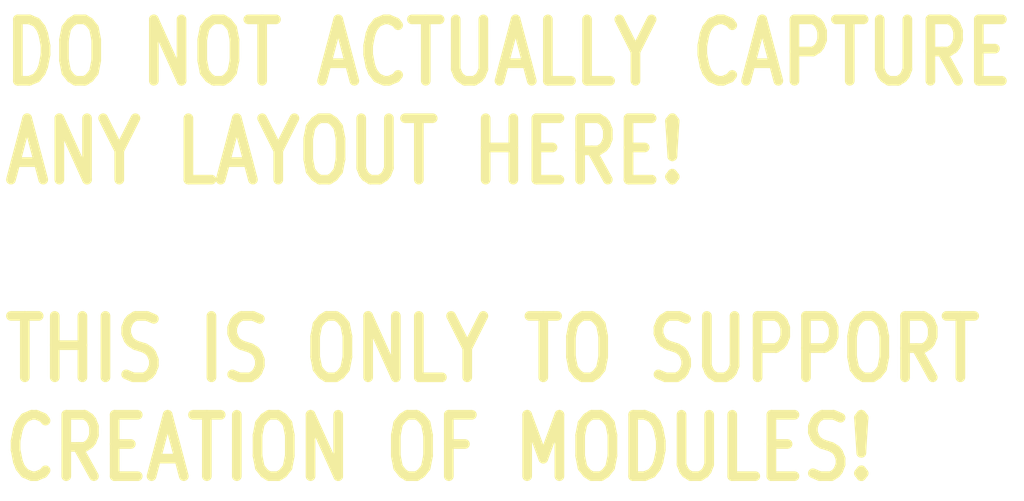
<source format=kicad_pcb>
(kicad_pcb (version 4) (host pcbnew "(2015-08-28 BZR 6132)-product")

  (general
    (links 0)
    (no_connects 0)
    (area 47.26 39.99 256.879049 140.89)
    (thickness 1.6)
    (drawings 1)
    (tracks 0)
    (zones 0)
    (modules 0)
    (nets 1)
  )

  (page A4)
  (layers
    (0 F.Cu signal)
    (31 B.Cu signal)
    (32 B.Adhes user)
    (33 F.Adhes user)
    (34 B.Paste user)
    (35 F.Paste user)
    (36 B.SilkS user)
    (37 F.SilkS user)
    (38 B.Mask user)
    (39 F.Mask user)
    (40 Dwgs.User user)
    (41 Cmts.User user)
    (42 Eco1.User user)
    (43 Eco2.User user)
    (44 Edge.Cuts user)
    (45 Margin user)
    (46 B.CrtYd user)
    (47 F.CrtYd user)
    (48 B.Fab user)
    (49 F.Fab user)
  )

  (setup
    (last_trace_width 0.25)
    (trace_clearance 0.2)
    (zone_clearance 0.508)
    (zone_45_only no)
    (trace_min 0.2)
    (segment_width 0.2)
    (edge_width 0.15)
    (via_size 0.6)
    (via_drill 0.4)
    (via_min_size 0.4)
    (via_min_drill 0.3)
    (uvia_size 0.3)
    (uvia_drill 0.1)
    (uvias_allowed no)
    (uvia_min_size 0.2)
    (uvia_min_drill 0.1)
    (pcb_text_width 0.3)
    (pcb_text_size 1.5 1.5)
    (mod_edge_width 0.15)
    (mod_text_size 1 1)
    (mod_text_width 0.15)
    (pad_size 1.524 1.524)
    (pad_drill 0.762)
    (pad_to_mask_clearance 0.2)
    (aux_axis_origin 0 0)
    (visible_elements FFFFFF7F)
    (pcbplotparams
      (layerselection 0x00030_80000001)
      (usegerberextensions false)
      (excludeedgelayer true)
      (linewidth 0.100000)
      (plotframeref false)
      (viasonmask false)
      (mode 1)
      (useauxorigin false)
      (hpglpennumber 1)
      (hpglpenspeed 20)
      (hpglpendiameter 15)
      (hpglpenoverlay 2)
      (psnegative false)
      (psa4output false)
      (plotreference true)
      (plotvalue true)
      (plotinvisibletext false)
      (padsonsilk false)
      (subtractmaskfromsilk false)
      (outputformat 1)
      (mirror false)
      (drillshape 1)
      (scaleselection 1)
      (outputdirectory ""))
  )

  (net 0 "")

  (net_class Default "This is the default net class."
    (clearance 0.2)
    (trace_width 0.25)
    (via_dia 0.6)
    (via_drill 0.4)
    (uvia_dia 0.3)
    (uvia_drill 0.1)
  )

  (gr_text "DO NOT ACTUALLY CAPTURE\nANY LAYOUT HERE!\n\nTHIS IS ONLY TO SUPPORT\nCREATION OF MODULES!" (at 48.26 91.44) (layer F.SilkS)
    (effects (font (size 12.7 10) (thickness 2)) (justify left))
  )

)

</source>
